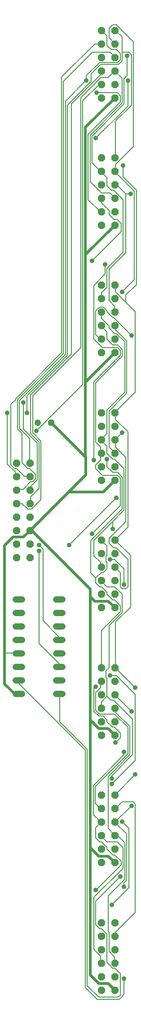
<source format=gbr>
G04 EAGLE Gerber RS-274X export*
G75*
%MOMM*%
%FSLAX34Y34*%
%LPD*%
%INBottom Copper*%
%IPPOS*%
%AMOC8*
5,1,8,0,0,1.08239X$1,22.5*%
G01*
%ADD10C,1.219200*%
%ADD11P,1.484606X8X112.500000*%
%ADD12P,1.319650X8X22.500000*%
%ADD13C,1.219200*%
%ADD14C,0.508000*%
%ADD15C,0.203200*%
%ADD16C,0.900000*%


D10*
X35804Y766900D02*
X47996Y766900D01*
X47996Y741500D02*
X35804Y741500D01*
X35804Y614500D02*
X47996Y614500D01*
X47996Y589100D02*
X35804Y589100D01*
X35804Y716100D02*
X47996Y716100D01*
X47996Y690700D02*
X35804Y690700D01*
X35804Y639900D02*
X47996Y639900D01*
X47996Y665300D02*
X35804Y665300D01*
X112004Y589100D02*
X124196Y589100D01*
X124196Y614500D02*
X112004Y614500D01*
X112004Y639900D02*
X124196Y639900D01*
X124196Y665300D02*
X112004Y665300D01*
X112004Y690700D02*
X124196Y690700D01*
X124196Y716100D02*
X112004Y716100D01*
X112004Y741500D02*
X124196Y741500D01*
X124196Y766900D02*
X112004Y766900D01*
D11*
X62700Y846100D03*
X37300Y846100D03*
X62700Y871500D03*
X37300Y871500D03*
X62700Y896900D03*
X37300Y896900D03*
X62700Y922300D03*
X37300Y922300D03*
X62700Y947700D03*
X37300Y947700D03*
X62700Y973100D03*
X37300Y973100D03*
X62700Y998500D03*
X37300Y998500D03*
X62700Y1023900D03*
X37300Y1023900D03*
X197300Y1711500D03*
X222700Y1711500D03*
X197300Y1736900D03*
X222700Y1736900D03*
X197300Y1762300D03*
X222700Y1762300D03*
X197300Y1787700D03*
X222700Y1787700D03*
X197300Y1813100D03*
X222700Y1813100D03*
X197300Y1838500D03*
X222700Y1838500D03*
D12*
X102700Y1100000D03*
D13*
X77300Y1100000D03*
D11*
X197300Y1471500D03*
X222700Y1471500D03*
X197300Y1496900D03*
X222700Y1496900D03*
X197300Y1522300D03*
X222700Y1522300D03*
X197300Y1547700D03*
X222700Y1547700D03*
X197300Y1573100D03*
X222700Y1573100D03*
X197300Y1598500D03*
X222700Y1598500D03*
X197300Y1231500D03*
X222700Y1231500D03*
X197300Y1256900D03*
X222700Y1256900D03*
X197300Y1282300D03*
X222700Y1282300D03*
X197300Y1307700D03*
X222700Y1307700D03*
X197300Y1333100D03*
X222700Y1333100D03*
X197300Y1358500D03*
X222700Y1358500D03*
X197300Y991500D03*
X222700Y991500D03*
X197300Y1016900D03*
X222700Y1016900D03*
X197300Y1042300D03*
X222700Y1042300D03*
X197300Y1067700D03*
X222700Y1067700D03*
X197300Y1093100D03*
X222700Y1093100D03*
X197300Y1118500D03*
X222700Y1118500D03*
X197300Y751500D03*
X222700Y751500D03*
X197300Y776900D03*
X222700Y776900D03*
X197300Y802300D03*
X222700Y802300D03*
X197300Y827700D03*
X222700Y827700D03*
X197300Y853100D03*
X222700Y853100D03*
X197300Y878500D03*
X222700Y878500D03*
X197300Y511500D03*
X222700Y511500D03*
X197300Y536900D03*
X222700Y536900D03*
X197300Y562300D03*
X222700Y562300D03*
X197300Y587700D03*
X222700Y587700D03*
X197300Y613100D03*
X222700Y613100D03*
X197300Y638500D03*
X222700Y638500D03*
X197300Y271500D03*
X222700Y271500D03*
X197300Y296900D03*
X222700Y296900D03*
X197300Y322300D03*
X222700Y322300D03*
X197300Y347700D03*
X222700Y347700D03*
X197300Y373100D03*
X222700Y373100D03*
X197300Y398500D03*
X222700Y398500D03*
X197300Y31500D03*
X222700Y31500D03*
X197300Y56900D03*
X222700Y56900D03*
X197300Y82300D03*
X222700Y82300D03*
X197300Y107700D03*
X222700Y107700D03*
X197300Y133100D03*
X222700Y133100D03*
X197300Y158500D03*
X222700Y158500D03*
D14*
X135400Y969600D02*
X167500Y1001700D01*
X135400Y969600D02*
X62700Y896900D01*
X167350Y1176150D02*
X167350Y1416150D01*
X167350Y1176150D02*
X167350Y1035350D01*
X167500Y1035200D02*
X167500Y1001700D01*
X200800Y969600D02*
X222700Y991500D01*
X200800Y969600D02*
X135400Y969600D01*
X160500Y1042200D02*
X102700Y1100000D01*
X167350Y1035350D02*
X167500Y1035200D01*
X167350Y1035350D02*
X160500Y1042200D01*
X167350Y1176150D02*
X222700Y1231500D01*
X167350Y1416150D02*
X222700Y1471500D01*
X41900Y589100D02*
X33900Y589100D01*
X15000Y608000D01*
X15000Y666750D01*
X15000Y869000D01*
X30500Y884500D02*
X50300Y884500D01*
X62700Y896900D01*
X30500Y884500D02*
X15000Y869000D01*
X210200Y764000D02*
X222700Y751500D01*
X184500Y764000D02*
X176500Y772000D01*
X176500Y786500D01*
X66100Y896900D01*
X62700Y896900D01*
X184500Y764000D02*
X210200Y764000D01*
X210200Y524000D02*
X222700Y511500D01*
X192500Y524000D02*
X176500Y540000D01*
X176500Y772000D01*
X192500Y524000D02*
X210200Y524000D01*
X210200Y284000D02*
X222700Y271500D01*
X176500Y299500D02*
X176500Y540000D01*
X192000Y284000D02*
X210200Y284000D01*
X192000Y284000D02*
X176500Y299500D01*
X210200Y44000D02*
X222700Y31500D01*
X176500Y60000D02*
X176500Y299500D01*
X192500Y44000D02*
X210200Y44000D01*
X192500Y44000D02*
X176500Y60000D01*
D15*
X40894Y666750D02*
X15000Y666750D01*
X40894Y666750D02*
X41900Y665300D01*
D14*
X167350Y1656150D02*
X222700Y1711500D01*
X167350Y1656150D02*
X167350Y1416150D01*
D15*
X64008Y960120D02*
X64008Y949452D01*
X64008Y960120D02*
X80010Y976122D01*
X80010Y1063244D01*
X64008Y1079246D01*
X64008Y1152144D01*
X141074Y1229210D01*
X141074Y1700380D01*
X195580Y1754886D01*
X195580Y1761998D01*
X64008Y949452D02*
X62700Y947700D01*
X195580Y1761998D02*
X197300Y1762300D01*
X195580Y1054354D02*
X195580Y1043686D01*
X195580Y1054354D02*
X186690Y1063244D01*
X186690Y1175258D01*
X236474Y1225042D01*
X236474Y1237488D01*
X227584Y1246378D01*
X218694Y1246378D01*
X208026Y1257046D01*
X208026Y1271270D01*
X197358Y1281938D01*
X195580Y1043686D02*
X197300Y1042300D01*
X197358Y1281938D02*
X197300Y1282300D01*
X197358Y1513800D02*
X197358Y1521968D01*
X197358Y1513800D02*
X211582Y1499576D01*
X211582Y1492020D01*
X221028Y1482574D01*
X227084Y1482574D01*
X234418Y1475240D01*
X234418Y1459460D01*
X179578Y1404620D01*
X197358Y1521968D02*
X197300Y1522300D01*
X195580Y96012D02*
X195580Y83566D01*
X195580Y96012D02*
X183134Y108458D01*
X183134Y206248D01*
X237974Y261088D01*
X237974Y299926D01*
X226750Y311150D01*
X208026Y311150D01*
X197358Y321818D01*
X195580Y83566D02*
X197300Y82300D01*
X197358Y321818D02*
X197300Y322300D01*
X197358Y563626D02*
X197358Y574294D01*
X208026Y584962D01*
X208026Y618744D01*
X206248Y620522D01*
X206248Y632968D01*
X211582Y638302D01*
X211582Y717590D01*
X236474Y742482D01*
X236474Y776986D01*
X222250Y791210D01*
X208026Y791210D01*
X197358Y801878D01*
X197358Y563626D02*
X197300Y562300D01*
X197358Y801878D02*
X197300Y802300D01*
X216916Y435610D02*
X216916Y430276D01*
X216916Y435610D02*
X256254Y474948D01*
X256254Y542068D01*
X220472Y577850D01*
X215138Y577850D01*
X208026Y584962D01*
X195580Y1029462D02*
X195580Y1041908D01*
X195580Y1029462D02*
X186690Y1020572D01*
X186690Y1013460D01*
X199136Y1001014D01*
X227584Y1001014D01*
X232918Y995680D01*
X232918Y944118D01*
X179578Y890778D01*
X195580Y1041908D02*
X197300Y1042300D01*
X247142Y1696212D02*
X247142Y1744218D01*
X247142Y1696212D02*
X186690Y1635760D01*
D16*
X179578Y1404620D03*
X216916Y430276D03*
X179578Y890778D03*
X247142Y1744218D03*
X186690Y1635760D03*
D15*
X64008Y979678D02*
X64008Y974344D01*
X64008Y979678D02*
X76454Y992124D01*
X76454Y1061466D01*
X49784Y1088136D01*
X49784Y1137920D01*
X64008Y974344D02*
X62700Y973100D01*
X234418Y267700D02*
X187190Y220472D01*
X186690Y220472D01*
X234418Y267700D02*
X234418Y274090D01*
X222250Y286258D01*
X218694Y286258D01*
X208026Y296926D01*
X208026Y300482D01*
X197358Y311150D01*
X193802Y311150D01*
X186690Y318262D01*
X186690Y337820D01*
X195580Y346710D01*
X197300Y347700D01*
X240030Y474726D02*
X240030Y480060D01*
X240030Y474726D02*
X182134Y416830D01*
X182134Y361934D01*
X195580Y348488D01*
X197300Y347700D01*
X195580Y828548D02*
X195580Y836994D01*
X183190Y849384D01*
X183190Y878388D01*
X218302Y913500D02*
X240030Y935228D01*
X218302Y913500D02*
X183190Y878388D01*
X240030Y935228D02*
X240030Y1013460D01*
X222250Y1031240D01*
X218694Y1031240D01*
X208026Y1041908D01*
X208026Y1056132D01*
X197358Y1066800D01*
X195580Y828548D02*
X197300Y827700D01*
X197358Y1066800D02*
X197300Y1067700D01*
X197358Y1296162D02*
X197358Y1306830D01*
X197358Y1296162D02*
X211582Y1281938D01*
X211582Y1278382D01*
X222250Y1267714D01*
X225806Y1267714D01*
X241530Y1251990D01*
X241530Y1157200D01*
X208026Y1123696D01*
X208026Y1079246D01*
X197358Y1068578D01*
X197358Y1306830D02*
X197300Y1307700D01*
X197358Y1068578D02*
X197300Y1067700D01*
X218302Y913500D02*
X218500Y913500D01*
X218500Y900000D01*
X218694Y899668D01*
D16*
X49784Y1137920D03*
X186690Y220472D03*
X240030Y480060D03*
X218694Y899668D03*
D15*
X62230Y999236D02*
X51562Y999236D01*
X37338Y1013460D01*
X33782Y1013460D01*
X26670Y1020572D01*
X26670Y1134364D01*
X35560Y1143254D01*
X35560Y1145032D01*
X122350Y1231822D01*
X122350Y1751052D01*
X184398Y1813100D01*
X62230Y999236D02*
X62700Y998500D01*
X184398Y1813100D02*
X197300Y1813100D01*
X249142Y224250D02*
X216916Y192024D01*
X249142Y224250D02*
X249142Y335820D01*
X236474Y348488D01*
X195580Y600964D02*
X195580Y611632D01*
X195580Y600964D02*
X186690Y592074D01*
X186690Y558292D01*
X193802Y551180D01*
X222250Y551180D01*
X247142Y526288D01*
X247142Y476504D01*
X185690Y415052D01*
X185690Y383270D01*
X195580Y373380D01*
X195580Y611632D02*
X197300Y613100D01*
X195580Y373380D02*
X197300Y373100D01*
X197358Y1333500D02*
X197358Y1344168D01*
X208026Y1354836D01*
X208026Y1390396D01*
X238474Y1420844D01*
X238474Y1519968D01*
X220472Y1537970D01*
X216194Y1537970D01*
X208026Y1546138D01*
X208026Y1561084D01*
X197358Y1571752D01*
X197358Y1333500D02*
X197300Y1333100D01*
X197358Y1571752D02*
X197300Y1573100D01*
X240030Y824992D02*
X240030Y794766D01*
X240030Y824992D02*
X222250Y842772D01*
X213360Y842772D01*
X245364Y1753108D02*
X245364Y1790446D01*
X245364Y1753108D02*
X240030Y1747774D01*
X240030Y1699768D01*
X179578Y1639316D01*
X179578Y1589532D01*
X195580Y1573530D01*
X197300Y1573100D01*
D16*
X216916Y192024D03*
X236474Y348488D03*
X240030Y794766D03*
X213360Y842772D03*
X245364Y1790446D03*
D15*
X62230Y1070356D02*
X62230Y1024128D01*
X62230Y1070356D02*
X42672Y1089914D01*
X42672Y1141476D01*
X129462Y1228266D01*
X129462Y1705160D01*
X168910Y1753108D02*
X193802Y1778000D01*
X168910Y1744608D02*
X129462Y1705160D01*
X193802Y1778000D02*
X227584Y1778000D01*
X232918Y1783334D01*
X232918Y1795224D01*
X225250Y1802892D01*
X215694Y1802892D01*
X208026Y1810560D01*
X208026Y1827784D01*
X197358Y1838452D01*
X62230Y1024128D02*
X62700Y1023900D01*
X197358Y1838452D02*
X197300Y1838500D01*
X197358Y708700D02*
X197358Y640080D01*
X197358Y708700D02*
X232918Y744260D01*
X232918Y755650D01*
X222250Y766318D01*
X218694Y766318D01*
X208026Y776986D01*
X208026Y780542D01*
X197358Y791210D01*
X193802Y791210D01*
X186690Y798322D01*
X186690Y807214D01*
X186580Y807324D02*
X197136Y817880D01*
X186580Y807324D02*
X186690Y807214D01*
X197136Y817880D02*
X200914Y817880D01*
X208026Y824992D01*
X208026Y837438D01*
X206248Y839216D01*
X206248Y848106D01*
X208026Y849884D01*
X208026Y867664D01*
X197358Y878332D01*
X197358Y640080D02*
X197300Y638500D01*
X197358Y878332D02*
X197300Y878500D01*
X177134Y816770D02*
X186580Y807324D01*
X177134Y816770D02*
X177134Y877666D01*
X236474Y937006D01*
X236474Y997458D01*
X227584Y1006348D01*
X218694Y1006348D01*
X208026Y1017016D01*
X208026Y1031240D01*
X261366Y464058D02*
X216916Y419608D01*
X261366Y464058D02*
X261366Y588518D01*
X225806Y624078D01*
X213360Y624078D01*
X168910Y1744218D02*
X168910Y1744608D01*
D16*
X208026Y1031240D03*
X216916Y419608D03*
X213360Y624078D03*
X168910Y1744218D03*
D15*
X168910Y1753108D01*
X48006Y947674D02*
X37338Y947674D01*
X48006Y947674D02*
X58674Y937006D01*
X65786Y937006D01*
X83566Y954786D01*
X83566Y1065022D01*
X67564Y1081024D01*
X67564Y1150366D01*
X158630Y1241432D01*
X158630Y1712102D01*
X196358Y1749830D01*
X210082Y1749830D01*
X216916Y1756664D02*
X222250Y1761998D01*
X222416Y1762164D01*
X216916Y1756664D02*
X210082Y1749830D01*
X37300Y947700D02*
X37338Y947674D01*
X222250Y1761998D02*
X222700Y1762300D01*
X222250Y94234D02*
X222250Y83566D01*
X222250Y94234D02*
X211582Y104902D01*
X211582Y140462D01*
X209804Y142240D01*
X209804Y209082D01*
X241530Y240808D01*
X241530Y308816D01*
X228046Y322300D01*
X222250Y83566D02*
X222700Y82300D01*
X222700Y322300D02*
X228046Y322300D01*
X224028Y554736D02*
X224028Y561848D01*
X224028Y554736D02*
X250698Y528066D01*
X250698Y474726D01*
X209804Y433832D01*
X209804Y336042D01*
X222250Y323596D01*
X224028Y561848D02*
X222700Y562300D01*
X222250Y323596D02*
X222700Y322300D01*
X224028Y1274826D02*
X224028Y1281938D01*
X224028Y1274826D02*
X245086Y1253768D01*
X245086Y1155422D01*
X211582Y1121918D01*
X211582Y1054354D01*
X222250Y1043686D01*
X224028Y1281938D02*
X222700Y1282300D01*
X222250Y1043686D02*
X222700Y1042300D01*
X236474Y1748106D02*
X222416Y1762164D01*
X236474Y1748106D02*
X236474Y1701546D01*
X176022Y1641094D01*
X176022Y1553972D01*
X197358Y1532636D01*
X213360Y1532636D01*
X222250Y1523746D01*
X222700Y1522300D01*
X240030Y233974D02*
X240030Y225806D01*
X240030Y233974D02*
X245086Y239030D01*
X245086Y325652D01*
X224028Y346710D01*
X222700Y347700D01*
X224028Y1054354D02*
X224028Y1066800D01*
X224028Y1054354D02*
X243586Y1034796D01*
X243586Y913892D01*
X211582Y881888D01*
X211582Y872776D01*
X220250Y864108D01*
X225806Y864108D01*
X247142Y842772D01*
X247142Y791210D01*
X243586Y787654D01*
X236474Y787654D01*
X232918Y791210D01*
X232918Y817880D01*
X224028Y826770D01*
X224028Y1066800D02*
X222700Y1067700D01*
X222700Y827700D02*
X224028Y826770D01*
X254254Y378714D02*
X224028Y348488D01*
X254254Y556514D02*
X224028Y586740D01*
X224028Y348488D02*
X222700Y347700D01*
X224028Y586740D02*
X222700Y587700D01*
X222250Y1308608D02*
X222250Y1319276D01*
X211582Y1329944D01*
X211582Y1388618D01*
X243030Y1420066D01*
X243030Y1530858D01*
X227971Y1545917D01*
X222250Y1308608D02*
X222700Y1307700D01*
X227971Y1545917D02*
X225152Y1547700D01*
X222700Y1547700D01*
X49784Y974344D02*
X37338Y974344D01*
X49784Y974344D02*
X64008Y988568D01*
X67564Y988568D01*
X72898Y993902D01*
X72898Y1002792D01*
X62230Y1013460D01*
X58674Y1013460D01*
X48006Y1024128D01*
X48006Y1079246D01*
X39116Y1088136D01*
X39116Y1143254D01*
X125906Y1230044D01*
X125906Y1742662D01*
X180802Y1797558D01*
X213360Y1797558D01*
X222250Y1788668D01*
X37338Y974344D02*
X37300Y973100D01*
X222700Y1787700D02*
X222250Y1788668D01*
X243030Y1530858D02*
X252476Y1530858D01*
X236474Y1081024D02*
X224028Y1068578D01*
X222700Y1067700D01*
D16*
X240030Y225806D03*
X254254Y378714D03*
X254254Y556514D03*
X252476Y1530858D03*
X236474Y1081024D03*
D15*
X35560Y1006348D02*
X35560Y999236D01*
X35560Y1006348D02*
X19558Y1022350D01*
X19558Y1118362D01*
X35560Y999236D02*
X37300Y998500D01*
X224028Y1573530D02*
X224028Y1585976D01*
X257810Y1619758D01*
X257810Y1817116D01*
X225806Y1849120D01*
X218694Y1849120D01*
X211582Y1842008D01*
X211582Y1824228D01*
X222250Y1813560D01*
X224028Y1573530D02*
X222700Y1573100D01*
X222700Y1813100D02*
X222250Y1813560D01*
X224028Y140462D02*
X224028Y133350D01*
X224028Y140462D02*
X261366Y177800D01*
X261366Y382270D01*
X257810Y385826D01*
X236474Y385826D01*
X224028Y373380D01*
X224028Y133350D02*
X222700Y133100D01*
X222700Y373100D02*
X224028Y373380D01*
X224028Y497840D02*
X232918Y506730D01*
X232918Y515620D01*
X222250Y526288D01*
X218694Y526288D01*
X208026Y536956D01*
X208026Y540512D01*
X200914Y547624D01*
X192024Y547624D01*
X183134Y556514D01*
X183134Y599186D01*
X186690Y602742D01*
X259588Y1536192D02*
X224028Y1571752D01*
X259588Y1536192D02*
X259588Y1369060D01*
X236474Y1345946D01*
X224028Y1571752D02*
X222700Y1573100D01*
D16*
X19558Y1118362D03*
X224028Y497840D03*
X186690Y602742D03*
X236474Y1345946D03*
D15*
X56896Y1150366D02*
X56896Y1118362D01*
X56896Y1150366D02*
X133018Y1226488D01*
X133018Y1697658D01*
X178190Y1742830D01*
X178190Y1757054D01*
X195580Y1774444D01*
X229362Y1774444D01*
X236474Y1781556D01*
X236474Y1797558D02*
X236474Y1826006D01*
X236474Y1797558D02*
X236474Y1781556D01*
X236474Y1826006D02*
X224028Y1838452D01*
X222700Y1838500D01*
X224028Y1667764D02*
X224028Y1600200D01*
X224028Y1667764D02*
X254254Y1697990D01*
X254254Y1792224D01*
X248920Y1797558D01*
X236474Y1797558D01*
X224028Y1600200D02*
X222700Y1598500D01*
X224028Y724702D02*
X224028Y640080D01*
X224028Y724702D02*
X252198Y752872D01*
X252198Y850162D01*
X224028Y878332D01*
X224028Y640080D02*
X222700Y638500D01*
X224028Y878332D02*
X222700Y878500D01*
X224028Y1105916D02*
X224028Y1118362D01*
X224028Y1105916D02*
X247142Y1082802D01*
X247142Y903224D01*
X224028Y880110D01*
X224028Y1118362D02*
X222700Y1118500D01*
X224028Y880110D02*
X222700Y878500D01*
X224028Y1345946D02*
X224028Y1358392D01*
X242987Y1326987D02*
X261366Y1308608D01*
X242987Y1326987D02*
X224028Y1345946D01*
X261366Y1308608D02*
X261366Y1157478D01*
X224028Y1120140D01*
X224028Y1358392D02*
X222700Y1358500D01*
X224028Y1120140D02*
X222700Y1118500D01*
X261366Y437388D02*
X224028Y400050D01*
X261366Y600964D02*
X224028Y638302D01*
X224028Y400050D02*
X222700Y398500D01*
X224028Y638302D02*
X222700Y638500D01*
X238252Y1562862D02*
X238252Y1584198D01*
X238252Y1562862D02*
X263144Y1537970D01*
X263144Y1360170D01*
D16*
X56896Y1118362D03*
X261366Y437388D03*
X261366Y600964D03*
X238252Y1584198D03*
D15*
X263144Y1360170D02*
X242987Y1340013D01*
X242987Y1326987D01*
X162186Y1172090D02*
X74676Y1084580D01*
X162186Y1172090D02*
X162186Y1705990D01*
X193096Y1736900D02*
X197300Y1736900D01*
X193096Y1736900D02*
X162186Y1705990D01*
D16*
X74676Y1084580D03*
D15*
X188468Y1721104D02*
X227584Y1721104D01*
X232918Y1715770D01*
X232918Y1703324D01*
X172466Y1642872D01*
X172466Y1520190D01*
X195580Y1497076D01*
X197300Y1496900D01*
D16*
X188468Y1721104D03*
D15*
X117348Y696976D02*
X117348Y691642D01*
X117348Y696976D02*
X87122Y727202D01*
X87122Y862330D01*
X80010Y869442D01*
X136906Y869442D02*
X225806Y958342D01*
X254254Y1264158D02*
X220472Y1297940D01*
X218694Y1297940D01*
X208026Y1308608D01*
X208026Y1310386D01*
X200914Y1317498D01*
X193802Y1317498D01*
X186690Y1310386D01*
X186690Y1265936D01*
X195580Y1257046D01*
X117348Y691642D02*
X118100Y690700D01*
X195580Y1257046D02*
X197300Y1256900D01*
D16*
X80010Y869442D03*
X136906Y869442D03*
X225806Y958342D03*
X254254Y1264158D03*
D15*
X204470Y1379728D02*
X204470Y1397508D01*
X204470Y1379728D02*
X183134Y1358392D01*
X183134Y1257046D01*
X199136Y1241044D01*
X227584Y1241044D01*
X232918Y1235710D01*
X232918Y1226820D01*
X183134Y1177036D01*
X183134Y1029462D01*
D16*
X204470Y1397508D03*
X183134Y1029462D03*
D15*
X117348Y647192D02*
X117348Y640080D01*
X117348Y647192D02*
X80010Y684530D01*
X80010Y858774D01*
X117348Y640080D02*
X118100Y639900D01*
D16*
X80010Y858774D03*
D15*
X119126Y588518D02*
X119126Y536956D01*
X170688Y485394D01*
X170688Y39950D01*
X192302Y18336D01*
X229084Y18336D01*
X232918Y22170D01*
X232918Y62952D01*
X222972Y72898D01*
X218694Y72898D01*
X208026Y83566D01*
X208026Y136906D01*
X197358Y147574D01*
X193802Y147574D01*
X186690Y154686D01*
X186690Y199136D01*
X232918Y245364D01*
X119126Y588518D02*
X118100Y589100D01*
D16*
X232918Y245364D03*
D15*
X42672Y608076D02*
X42672Y613410D01*
X42672Y608076D02*
X167132Y483616D01*
X167132Y36672D01*
X189024Y14780D01*
X231362Y14780D01*
X240030Y23448D01*
X240030Y53340D01*
X42672Y613410D02*
X41900Y614500D01*
D16*
X240030Y53340D03*
M02*

</source>
